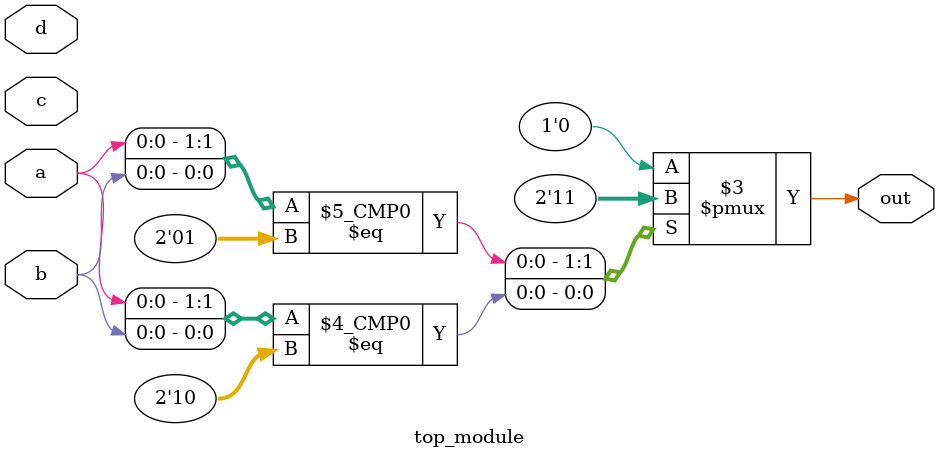
<source format=sv>
module top_module (
	input a, 
	input b,
	input c,
	input d,
	output reg out
);

always @(a or b or c or d) begin
	case({a,b})
		2'b00: out = 1'b0;
		2'b01: out = 1'b1;
		2'b10: out = 1'b1;
		default: out = 1'b0;
	endcase
end

endmodule

</source>
